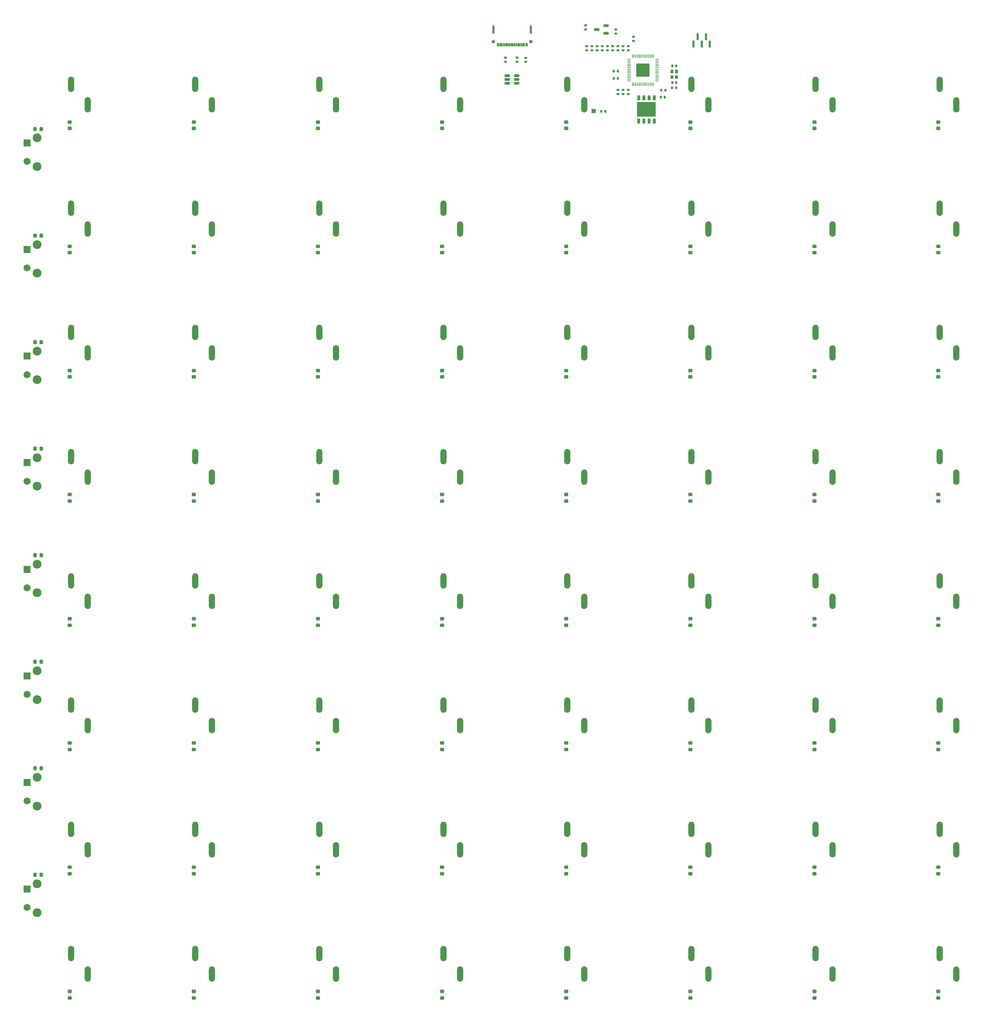
<source format=gbr>
%TF.GenerationSoftware,KiCad,Pcbnew,9.0.1*%
%TF.CreationDate,2025-05-30T23:37:25+01:00*%
%TF.ProjectId,Button MIDI Controller,42757474-6f6e-4204-9d49-444920436f6e,rev?*%
%TF.SameCoordinates,Original*%
%TF.FileFunction,Soldermask,Bot*%
%TF.FilePolarity,Negative*%
%FSLAX46Y46*%
G04 Gerber Fmt 4.6, Leading zero omitted, Abs format (unit mm)*
G04 Created by KiCad (PCBNEW 9.0.1) date 2025-05-30 23:37:25*
%MOMM*%
%LPD*%
G01*
G04 APERTURE LIST*
G04 Aperture macros list*
%AMRoundRect*
0 Rectangle with rounded corners*
0 $1 Rounding radius*
0 $2 $3 $4 $5 $6 $7 $8 $9 X,Y pos of 4 corners*
0 Add a 4 corners polygon primitive as box body*
4,1,4,$2,$3,$4,$5,$6,$7,$8,$9,$2,$3,0*
0 Add four circle primitives for the rounded corners*
1,1,$1+$1,$2,$3*
1,1,$1+$1,$4,$5*
1,1,$1+$1,$6,$7*
1,1,$1+$1,$8,$9*
0 Add four rect primitives between the rounded corners*
20,1,$1+$1,$2,$3,$4,$5,0*
20,1,$1+$1,$4,$5,$6,$7,0*
20,1,$1+$1,$6,$7,$8,$9,0*
20,1,$1+$1,$8,$9,$2,$3,0*%
G04 Aperture macros list end*
%ADD10C,1.712000*%
%ADD11RoundRect,0.102000X0.754000X-0.754000X0.754000X0.754000X-0.754000X0.754000X-0.754000X-0.754000X0*%
%ADD12C,2.154000*%
%ADD13RoundRect,0.218750X0.218750X0.256250X-0.218750X0.256250X-0.218750X-0.256250X0.218750X-0.256250X0*%
%ADD14O,1.500000X3.800000*%
%ADD15RoundRect,0.218750X0.256250X-0.218750X0.256250X0.218750X-0.256250X0.218750X-0.256250X-0.218750X0*%
%ADD16RoundRect,0.140000X0.170000X-0.140000X0.170000X0.140000X-0.170000X0.140000X-0.170000X-0.140000X0*%
%ADD17RoundRect,0.140000X-0.170000X0.140000X-0.170000X-0.140000X0.170000X-0.140000X0.170000X0.140000X0*%
%ADD18RoundRect,0.050000X-0.050000X0.387500X-0.050000X-0.387500X0.050000X-0.387500X0.050000X0.387500X0*%
%ADD19RoundRect,0.050000X-0.387500X0.050000X-0.387500X-0.050000X0.387500X-0.050000X0.387500X0.050000X0*%
%ADD20RoundRect,0.144000X-1.456000X1.456000X-1.456000X-1.456000X1.456000X-1.456000X1.456000X1.456000X0*%
%ADD21RoundRect,0.135000X-0.135000X-0.185000X0.135000X-0.185000X0.135000X0.185000X-0.135000X0.185000X0*%
%ADD22R,0.800000X0.900000*%
%ADD23RoundRect,0.135000X-0.185000X0.135000X-0.185000X-0.135000X0.185000X-0.135000X0.185000X0.135000X0*%
%ADD24R,0.600000X1.750000*%
%ADD25RoundRect,0.140000X-0.140000X-0.170000X0.140000X-0.170000X0.140000X0.170000X-0.140000X0.170000X0*%
%ADD26RoundRect,0.150000X0.512500X0.150000X-0.512500X0.150000X-0.512500X-0.150000X0.512500X-0.150000X0*%
%ADD27R,1.000000X1.000000*%
%ADD28RoundRect,0.140000X0.140000X0.170000X-0.140000X0.170000X-0.140000X-0.170000X0.140000X-0.170000X0*%
%ADD29RoundRect,0.080500X0.241500X-0.541500X0.241500X0.541500X-0.241500X0.541500X-0.241500X-0.541500X0*%
%ADD30RoundRect,0.102000X2.150000X-1.700000X2.150000X1.700000X-2.150000X1.700000X-2.150000X-1.700000X0*%
%ADD31RoundRect,0.070000X-0.070000X-0.345000X0.070000X-0.345000X0.070000X0.345000X-0.070000X0.345000X0*%
%ADD32RoundRect,0.112500X-0.112500X-0.302500X0.112500X-0.302500X0.112500X0.302500X-0.112500X0.302500X0*%
%ADD33O,0.550000X2.050000*%
%ADD34C,0.850000*%
%ADD35RoundRect,0.135000X0.135000X0.185000X-0.135000X0.185000X-0.135000X-0.185000X0.135000X-0.185000X0*%
%ADD36RoundRect,0.147500X-0.172500X0.147500X-0.172500X-0.147500X0.172500X-0.147500X0.172500X0.147500X0*%
%ADD37RoundRect,0.135000X0.185000X-0.135000X0.185000X0.135000X-0.185000X0.135000X-0.185000X-0.135000X0*%
G04 APERTURE END LIST*
D10*
%TO.C,S8*%
X-286576000Y105339000D03*
D11*
X-286576000Y109839000D03*
D12*
X-284076000Y104089000D03*
X-284076000Y111089000D03*
%TD*%
D10*
%TO.C,S7*%
X-286576000Y131339000D03*
D11*
X-286576000Y135839000D03*
D12*
X-284076000Y130089000D03*
X-284076000Y137089000D03*
%TD*%
D10*
%TO.C,S6*%
X-286576000Y157339000D03*
D11*
X-286576000Y161839000D03*
D12*
X-284076000Y156089000D03*
X-284076000Y163089000D03*
%TD*%
D10*
%TO.C,S5*%
X-286576000Y183339000D03*
D11*
X-286576000Y187839000D03*
D12*
X-284076000Y182089000D03*
X-284076000Y189089000D03*
%TD*%
D10*
%TO.C,S4*%
X-286576000Y209339000D03*
D11*
X-286576000Y213839000D03*
D12*
X-284076000Y208089000D03*
X-284076000Y215089000D03*
%TD*%
D10*
%TO.C,S3*%
X-286576000Y235339000D03*
D11*
X-286576000Y239839000D03*
D12*
X-284076000Y234089000D03*
X-284076000Y241089000D03*
%TD*%
D10*
%TO.C,S2*%
X-286576000Y261339000D03*
D11*
X-286576000Y265839000D03*
D12*
X-284076000Y260089000D03*
X-284076000Y267089000D03*
%TD*%
D10*
%TO.C,S1*%
X-286576000Y287339000D03*
D11*
X-286576000Y291839000D03*
D12*
X-284076000Y286089000D03*
X-284076000Y293089000D03*
%TD*%
D13*
%TO.C,D200*%
X-283057500Y113275000D03*
X-284632500Y113275000D03*
%TD*%
%TO.C,D199*%
X-283057500Y139275000D03*
X-284632500Y139275000D03*
%TD*%
%TO.C,D198*%
X-283057500Y165275000D03*
X-284632500Y165275000D03*
%TD*%
%TO.C,D197*%
X-283057500Y191275000D03*
X-284632500Y191275000D03*
%TD*%
%TO.C,D196*%
X-283057500Y217275000D03*
X-284632500Y217275000D03*
%TD*%
%TO.C,D195*%
X-283057500Y243275000D03*
X-284632500Y243275000D03*
%TD*%
%TO.C,D194*%
X-283057500Y269275000D03*
X-284632500Y269275000D03*
%TD*%
%TO.C,D193*%
X-283057500Y295275000D03*
X-284632500Y295275000D03*
%TD*%
D14*
%TO.C,MX12*%
X-180800000Y270900000D03*
X-184900000Y275900000D03*
%TD*%
%TO.C,MX51*%
X-211100000Y119400000D03*
X-215200000Y124400000D03*
%TD*%
%TO.C,MX22*%
X-120200000Y240600000D03*
X-124300000Y245600000D03*
%TD*%
%TO.C,MX4*%
X-180800000Y301200000D03*
X-184900000Y306200000D03*
%TD*%
%TO.C,MX2*%
X-241400000Y301200000D03*
X-245500000Y306200000D03*
%TD*%
%TO.C,MX46*%
X-120200000Y149700000D03*
X-124300000Y154700000D03*
%TD*%
%TO.C,MX55*%
X-89900000Y119400000D03*
X-94000000Y124400000D03*
%TD*%
%TO.C,MX56*%
X-59600000Y119400000D03*
X-63700000Y124400000D03*
%TD*%
%TO.C,MX48*%
X-59600000Y149700000D03*
X-63700000Y154700000D03*
%TD*%
%TO.C,MX40*%
X-59600000Y180000000D03*
X-63700000Y185000000D03*
%TD*%
%TO.C,MX47*%
X-89900000Y149700000D03*
X-94000000Y154700000D03*
%TD*%
%TO.C,MX42*%
X-241400000Y149700000D03*
X-245500000Y154700000D03*
%TD*%
%TO.C,MX53*%
X-150500000Y119400000D03*
X-154600000Y124400000D03*
%TD*%
%TO.C,MX38*%
X-120200000Y180000000D03*
X-124300000Y185000000D03*
%TD*%
%TO.C,MX37*%
X-150500000Y180000000D03*
X-154600000Y185000000D03*
%TD*%
%TO.C,MX61*%
X-150500000Y89100000D03*
X-154600000Y94100000D03*
%TD*%
%TO.C,MX52*%
X-180800000Y119400000D03*
X-184900000Y124400000D03*
%TD*%
%TO.C,MX50*%
X-241400000Y119400000D03*
X-245500000Y124400000D03*
%TD*%
%TO.C,MX14*%
X-120200000Y270900000D03*
X-124300000Y275900000D03*
%TD*%
%TO.C,MX8*%
X-59600000Y301200000D03*
X-63700000Y306200000D03*
%TD*%
%TO.C,MX45*%
X-150500000Y149700000D03*
X-154600000Y154700000D03*
%TD*%
%TO.C,MX5*%
X-150500000Y301200000D03*
X-154600000Y306200000D03*
%TD*%
%TO.C,MX6*%
X-120200000Y301200000D03*
X-124300000Y306200000D03*
%TD*%
%TO.C,MX57*%
X-271700000Y89100000D03*
X-275800000Y94100000D03*
%TD*%
%TO.C,MX17*%
X-271700000Y240600000D03*
X-275800000Y245600000D03*
%TD*%
%TO.C,MX15*%
X-89900000Y270900000D03*
X-94000000Y275900000D03*
%TD*%
%TO.C,MX36*%
X-180800000Y180000000D03*
X-184900000Y185000000D03*
%TD*%
%TO.C,MX29*%
X-150500000Y210300000D03*
X-154600000Y215300000D03*
%TD*%
%TO.C,MX64*%
X-59600000Y89100000D03*
X-63700000Y94100000D03*
%TD*%
%TO.C,MX21*%
X-150500000Y240600000D03*
X-154600000Y245600000D03*
%TD*%
%TO.C,MX18*%
X-241400000Y240600000D03*
X-245500000Y245600000D03*
%TD*%
%TO.C,MX13*%
X-150500000Y270900000D03*
X-154600000Y275900000D03*
%TD*%
%TO.C,MX23*%
X-89900000Y240600000D03*
X-94000000Y245600000D03*
%TD*%
%TO.C,MX43*%
X-211100000Y149700000D03*
X-215200000Y154700000D03*
%TD*%
%TO.C,MX35*%
X-211100000Y180000000D03*
X-215200000Y185000000D03*
%TD*%
%TO.C,MX24*%
X-59600000Y240600000D03*
X-63700000Y245600000D03*
%TD*%
%TO.C,MX62*%
X-120200000Y89100000D03*
X-124300000Y94100000D03*
%TD*%
%TO.C,MX34*%
X-241400000Y180000000D03*
X-245500000Y185000000D03*
%TD*%
%TO.C,MX49*%
X-271700000Y119400000D03*
X-275800000Y124400000D03*
%TD*%
%TO.C,MX19*%
X-211100000Y240600000D03*
X-215200000Y245600000D03*
%TD*%
%TO.C,MX3*%
X-211100000Y301200000D03*
X-215200000Y306200000D03*
%TD*%
%TO.C,MX1*%
X-271700000Y301200000D03*
X-275800000Y306200000D03*
%TD*%
%TO.C,MX32*%
X-59600000Y210300000D03*
X-63700000Y215300000D03*
%TD*%
%TO.C,MX9*%
X-271700000Y270900000D03*
X-275800000Y275900000D03*
%TD*%
%TO.C,MX60*%
X-180800000Y89100000D03*
X-184900000Y94100000D03*
%TD*%
%TO.C,MX27*%
X-211100000Y210300000D03*
X-215200000Y215300000D03*
%TD*%
%TO.C,MX54*%
X-120200000Y119400000D03*
X-124300000Y124400000D03*
%TD*%
%TO.C,MX58*%
X-241400000Y89100000D03*
X-245500000Y94100000D03*
%TD*%
%TO.C,MX33*%
X-271700000Y180000000D03*
X-275800000Y185000000D03*
%TD*%
%TO.C,MX16*%
X-59600000Y270900000D03*
X-63700000Y275900000D03*
%TD*%
%TO.C,MX30*%
X-120200000Y210300000D03*
X-124300000Y215300000D03*
%TD*%
%TO.C,MX7*%
X-89900000Y301200000D03*
X-94000000Y306200000D03*
%TD*%
%TO.C,MX28*%
X-180800000Y210300000D03*
X-184900000Y215300000D03*
%TD*%
%TO.C,MX26*%
X-241400000Y210300000D03*
X-245500000Y215300000D03*
%TD*%
%TO.C,MX63*%
X-89900000Y89100000D03*
X-94000000Y94100000D03*
%TD*%
%TO.C,MX44*%
X-180800000Y149700000D03*
X-184900000Y154700000D03*
%TD*%
%TO.C,MX39*%
X-89900000Y180000000D03*
X-94000000Y185000000D03*
%TD*%
%TO.C,MX20*%
X-180800000Y240600000D03*
X-184900000Y245600000D03*
%TD*%
%TO.C,MX25*%
X-271700000Y210300000D03*
X-275800000Y215300000D03*
%TD*%
%TO.C,MX59*%
X-211100000Y89100000D03*
X-215200000Y94100000D03*
%TD*%
%TO.C,MX41*%
X-271700000Y149700000D03*
X-275800000Y154700000D03*
%TD*%
%TO.C,MX31*%
X-89900000Y210300000D03*
X-94000000Y215300000D03*
%TD*%
%TO.C,MX10*%
X-241400000Y270900000D03*
X-245500000Y275900000D03*
%TD*%
%TO.C,MX11*%
X-211100000Y270900000D03*
X-215200000Y275900000D03*
%TD*%
D15*
%TO.C,D40*%
X-63998000Y174176500D03*
X-63998000Y175751500D03*
%TD*%
%TO.C,D30*%
X-124598000Y204476500D03*
X-124598000Y206051500D03*
%TD*%
%TO.C,D20*%
X-185198000Y234776500D03*
X-185198000Y236351500D03*
%TD*%
%TO.C,D18*%
X-245798000Y234776500D03*
X-245798000Y236351500D03*
%TD*%
%TO.C,D26*%
X-245798000Y204476500D03*
X-245798000Y206051500D03*
%TD*%
%TO.C,D49*%
X-276098000Y113576500D03*
X-276098000Y115151500D03*
%TD*%
%TO.C,D38*%
X-124598000Y174176500D03*
X-124598000Y175751500D03*
%TD*%
%TO.C,D29*%
X-154898000Y204476500D03*
X-154898000Y206051500D03*
%TD*%
%TO.C,D59*%
X-215498000Y83276500D03*
X-215498000Y84851500D03*
%TD*%
%TO.C,D62*%
X-124598000Y83276500D03*
X-124598000Y84851500D03*
%TD*%
%TO.C,D60*%
X-185198000Y83276500D03*
X-185198000Y84851500D03*
%TD*%
%TO.C,D25*%
X-276098000Y204476500D03*
X-276098000Y206051500D03*
%TD*%
%TO.C,D32*%
X-63998000Y204476500D03*
X-63998000Y206051500D03*
%TD*%
%TO.C,D10*%
X-245798000Y265076500D03*
X-245798000Y266651500D03*
%TD*%
%TO.C,D45*%
X-154898000Y143876500D03*
X-154898000Y145451500D03*
%TD*%
%TO.C,D22*%
X-124598000Y234776500D03*
X-124598000Y236351500D03*
%TD*%
%TO.C,D64*%
X-63998000Y83276500D03*
X-63998000Y84851500D03*
%TD*%
%TO.C,D27*%
X-215498000Y204476500D03*
X-215498000Y206051500D03*
%TD*%
D16*
%TO.C,C9*%
X-149860000Y314480000D03*
X-149860000Y315440000D03*
%TD*%
D15*
%TO.C,D13*%
X-154898000Y265076500D03*
X-154898000Y266651500D03*
%TD*%
%TO.C,D47*%
X-94298000Y143876500D03*
X-94298000Y145451500D03*
%TD*%
%TO.C,D5*%
X-154898000Y295376500D03*
X-154898000Y296951500D03*
%TD*%
D17*
%TO.C,C6*%
X-142240000Y304772000D03*
X-142240000Y303812000D03*
%TD*%
D18*
%TO.C,U1*%
X-138744000Y313063500D03*
X-138344000Y313063500D03*
X-137944000Y313063500D03*
X-137544000Y313063500D03*
X-137144000Y313063500D03*
X-136744000Y313063500D03*
X-136344000Y313063500D03*
X-135944000Y313063500D03*
X-135544000Y313063500D03*
X-135144000Y313063500D03*
X-134744000Y313063500D03*
X-134344000Y313063500D03*
X-133944000Y313063500D03*
X-133544000Y313063500D03*
D19*
X-132706500Y312226000D03*
X-132706500Y311826000D03*
X-132706500Y311426000D03*
X-132706500Y311026000D03*
X-132706500Y310626000D03*
X-132706500Y310226000D03*
X-132706500Y309826000D03*
X-132706500Y309426000D03*
X-132706500Y309026000D03*
X-132706500Y308626000D03*
X-132706500Y308226000D03*
X-132706500Y307826000D03*
X-132706500Y307426000D03*
X-132706500Y307026000D03*
D18*
X-133544000Y306188500D03*
X-133944000Y306188500D03*
X-134344000Y306188500D03*
X-134744000Y306188500D03*
X-135144000Y306188500D03*
X-135544000Y306188500D03*
X-135944000Y306188500D03*
X-136344000Y306188500D03*
X-136744000Y306188500D03*
X-137144000Y306188500D03*
X-137544000Y306188500D03*
X-137944000Y306188500D03*
X-138344000Y306188500D03*
X-138744000Y306188500D03*
D19*
X-139581500Y307026000D03*
X-139581500Y307426000D03*
X-139581500Y307826000D03*
X-139581500Y308226000D03*
X-139581500Y308626000D03*
X-139581500Y309026000D03*
X-139581500Y309426000D03*
X-139581500Y309826000D03*
X-139581500Y310226000D03*
X-139581500Y310626000D03*
X-139581500Y311026000D03*
X-139581500Y311426000D03*
X-139581500Y311826000D03*
X-139581500Y312226000D03*
D20*
X-136144000Y309626000D03*
%TD*%
D15*
%TO.C,D39*%
X-94298000Y174176500D03*
X-94298000Y175751500D03*
%TD*%
%TO.C,D51*%
X-215498000Y113576500D03*
X-215498000Y115151500D03*
%TD*%
%TO.C,D35*%
X-215498000Y174176500D03*
X-215498000Y175751500D03*
%TD*%
%TO.C,D42*%
X-245798000Y143876500D03*
X-245798000Y145451500D03*
%TD*%
D21*
%TO.C,R4*%
X-143258000Y307594000D03*
X-142238000Y307594000D03*
%TD*%
D15*
%TO.C,D19*%
X-215498000Y234776500D03*
X-215498000Y236351500D03*
%TD*%
%TO.C,D53*%
X-154898000Y113576500D03*
X-154898000Y115151500D03*
%TD*%
D16*
%TO.C,C11*%
X-147320000Y314480000D03*
X-147320000Y315440000D03*
%TD*%
%TO.C,C15*%
X-142240000Y314480000D03*
X-142240000Y315440000D03*
%TD*%
D22*
%TO.C,Y1*%
X-129074000Y307910000D03*
X-129074000Y309310000D03*
X-127974000Y309310000D03*
X-127974000Y307910000D03*
%TD*%
D23*
%TO.C,R7*%
X-169672000Y312676000D03*
X-169672000Y311656000D03*
%TD*%
D15*
%TO.C,D14*%
X-124598000Y265076500D03*
X-124598000Y266651500D03*
%TD*%
%TO.C,D28*%
X-185198000Y204476500D03*
X-185198000Y206051500D03*
%TD*%
%TO.C,D50*%
X-245798000Y113576500D03*
X-245798000Y115151500D03*
%TD*%
D16*
%TO.C,C12*%
X-146050000Y314480000D03*
X-146050000Y315440000D03*
%TD*%
D15*
%TO.C,D48*%
X-63998000Y143876500D03*
X-63998000Y145451500D03*
%TD*%
D16*
%TO.C,C16*%
X-140970000Y314480000D03*
X-140970000Y315440000D03*
%TD*%
D15*
%TO.C,D44*%
X-185198000Y143876500D03*
X-185198000Y145451500D03*
%TD*%
%TO.C,D52*%
X-185198000Y113576500D03*
X-185198000Y115151500D03*
%TD*%
%TO.C,D37*%
X-154898000Y174176500D03*
X-154898000Y175751500D03*
%TD*%
D24*
%TO.C,J1*%
X-123793000Y315990000D03*
X-122793000Y317740000D03*
X-121793000Y315990000D03*
X-120793000Y317740000D03*
X-119793000Y315990000D03*
%TD*%
D25*
%TO.C,C3*%
X-131798000Y303072800D03*
X-130838000Y303072800D03*
%TD*%
D15*
%TO.C,D31*%
X-94298000Y204476500D03*
X-94298000Y206051500D03*
%TD*%
D26*
%TO.C,U3*%
X-167010500Y308290000D03*
X-167010500Y307340000D03*
X-167010500Y306390000D03*
X-169285500Y306390000D03*
X-169285500Y307340000D03*
X-169285500Y308290000D03*
%TD*%
D27*
%TO.C,TP1*%
X-148158200Y299669200D03*
%TD*%
D15*
%TO.C,D4*%
X-185198000Y295376500D03*
X-185198000Y296951500D03*
%TD*%
%TO.C,D2*%
X-245798000Y295376500D03*
X-245798000Y296951500D03*
%TD*%
%TO.C,D6*%
X-124598000Y295376500D03*
X-124598000Y296951500D03*
%TD*%
%TO.C,D12*%
X-185198000Y265076500D03*
X-185198000Y266651500D03*
%TD*%
%TO.C,D8*%
X-63998000Y295376500D03*
X-63998000Y296951500D03*
%TD*%
%TO.C,D7*%
X-94298000Y295376500D03*
X-94298000Y296951500D03*
%TD*%
%TO.C,D23*%
X-94298000Y234776500D03*
X-94298000Y236351500D03*
%TD*%
%TO.C,D46*%
X-124598000Y143876500D03*
X-124598000Y145451500D03*
%TD*%
D16*
%TO.C,C13*%
X-144780000Y314480000D03*
X-144780000Y315440000D03*
%TD*%
D21*
%TO.C,R2*%
X-146356800Y299593000D03*
X-145336800Y299593000D03*
%TD*%
D23*
%TO.C,R6*%
X-166878000Y312676000D03*
X-166878000Y311656000D03*
%TD*%
D15*
%TO.C,D1*%
X-276098000Y295376500D03*
X-276098000Y296951500D03*
%TD*%
D26*
%TO.C,U4*%
X-145166500Y320482000D03*
X-145166500Y318582000D03*
X-147441500Y319532000D03*
%TD*%
D15*
%TO.C,D36*%
X-185198000Y174176500D03*
X-185198000Y175751500D03*
%TD*%
D28*
%TO.C,C1*%
X-128044000Y306578000D03*
X-129004000Y306578000D03*
%TD*%
D17*
%TO.C,C8*%
X-139700000Y304772000D03*
X-139700000Y303812000D03*
%TD*%
D29*
%TO.C,U2*%
X-133400800Y297205200D03*
X-134670800Y297205200D03*
X-135940800Y297205200D03*
X-137210800Y297205200D03*
X-137210800Y302895200D03*
X-135940800Y302895200D03*
X-134670800Y302895200D03*
X-133400800Y302895200D03*
D30*
X-135305800Y300050200D03*
%TD*%
D17*
%TO.C,C7*%
X-140970000Y304772000D03*
X-140970000Y303812000D03*
%TD*%
D31*
%TO.C,J2*%
X-171090000Y315828000D03*
X-170290000Y315828000D03*
X-169490000Y315828000D03*
X-168690000Y315828000D03*
X-168290000Y315828000D03*
X-167890000Y315828000D03*
X-166290000Y315828000D03*
X-165490000Y315828000D03*
X-165090000Y315828000D03*
X-165890000Y315828000D03*
X-166690000Y315828000D03*
X-167090000Y315828000D03*
X-167490000Y315828000D03*
X-169090000Y315828000D03*
X-169890000Y315828000D03*
X-170690000Y315828000D03*
D32*
X-171605000Y315828000D03*
X-164575000Y315828000D03*
D33*
X-172685000Y319568000D03*
D34*
X-172685000Y316588000D03*
D33*
X-163495000Y319568000D03*
D34*
X-163495000Y316588000D03*
%TD*%
D16*
%TO.C,C4*%
X-150114000Y319560000D03*
X-150114000Y320520000D03*
%TD*%
%TO.C,C14*%
X-143510000Y314480000D03*
X-143510000Y315440000D03*
%TD*%
D15*
%TO.C,D9*%
X-276098000Y265076500D03*
X-276098000Y266651500D03*
%TD*%
%TO.C,D17*%
X-276098000Y234776500D03*
X-276098000Y236351500D03*
%TD*%
%TO.C,D21*%
X-154898000Y234776500D03*
X-154898000Y236351500D03*
%TD*%
%TO.C,D24*%
X-63998000Y234776500D03*
X-63998000Y236351500D03*
%TD*%
%TO.C,D15*%
X-94298000Y265076500D03*
X-94298000Y266651500D03*
%TD*%
D35*
%TO.C,R1*%
X-128014000Y305308000D03*
X-129034000Y305308000D03*
%TD*%
D15*
%TO.C,D55*%
X-94298000Y113576500D03*
X-94298000Y115151500D03*
%TD*%
%TO.C,D34*%
X-245798000Y174176500D03*
X-245798000Y175751500D03*
%TD*%
%TO.C,D58*%
X-245798000Y83276500D03*
X-245798000Y84851500D03*
%TD*%
D16*
%TO.C,C5*%
X-142748000Y318544000D03*
X-142748000Y319504000D03*
%TD*%
D21*
%TO.C,R3*%
X-143258000Y309372000D03*
X-142238000Y309372000D03*
%TD*%
D15*
%TO.C,D63*%
X-94298000Y83276500D03*
X-94298000Y84851500D03*
%TD*%
D21*
%TO.C,R5*%
X-131701000Y304723800D03*
X-130681000Y304723800D03*
%TD*%
D15*
%TO.C,D3*%
X-215498000Y295376500D03*
X-215498000Y296951500D03*
%TD*%
D36*
%TO.C,F1*%
X-164820600Y312625600D03*
X-164820600Y311655600D03*
%TD*%
D15*
%TO.C,D57*%
X-276098000Y83276500D03*
X-276098000Y84851500D03*
%TD*%
%TO.C,D54*%
X-124598000Y113576500D03*
X-124598000Y115151500D03*
%TD*%
%TO.C,D61*%
X-154898000Y83276500D03*
X-154898000Y84851500D03*
%TD*%
D16*
%TO.C,C17*%
X-139700000Y314480000D03*
X-139700000Y315440000D03*
%TD*%
%TO.C,C10*%
X-148590000Y314480000D03*
X-148590000Y315440000D03*
%TD*%
D15*
%TO.C,D41*%
X-276098000Y143876500D03*
X-276098000Y145451500D03*
%TD*%
%TO.C,D43*%
X-215498000Y143876500D03*
X-215498000Y145451500D03*
%TD*%
%TO.C,D33*%
X-276098000Y174176500D03*
X-276098000Y175751500D03*
%TD*%
%TO.C,D56*%
X-63998000Y113576500D03*
X-63998000Y115151500D03*
%TD*%
D37*
%TO.C,R8*%
X-138430000Y316736000D03*
X-138430000Y317756000D03*
%TD*%
D15*
%TO.C,D11*%
X-215498000Y265076500D03*
X-215498000Y266651500D03*
%TD*%
D25*
%TO.C,C2*%
X-129004000Y310642000D03*
X-128044000Y310642000D03*
%TD*%
D15*
%TO.C,D16*%
X-63998000Y265076500D03*
X-63998000Y266651500D03*
%TD*%
M02*

</source>
